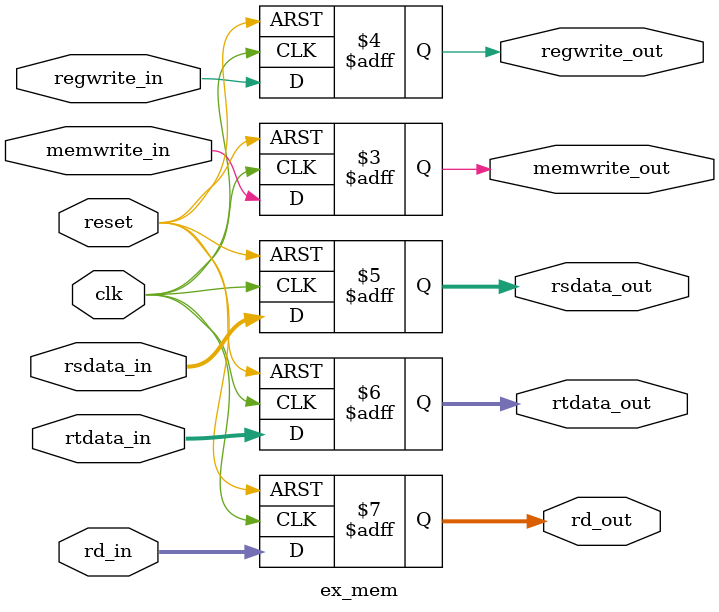
<source format=v>
`timescale 1ns / 1ps

`define PIPE_REG_ADDR_WIDTH 3

module ex_mem (
   input 										memwrite_in,
   input 										regwrite_in,

   output reg									memwrite_out,
   output reg									regwrite_out,

   input [63:0] 								rsdata_in,
   input [63:0] 								rtdata_in,
   input [`PIPE_REG_ADDR_WIDTH - 1:0] 		rd_in,

   output reg [63:0] 						rsdata_out,
   output reg [63:0] 						rtdata_out,
   output reg [`PIPE_REG_ADDR_WIDTH - 1:0] rd_out,
	 
	input 										clk,
   input 										reset
);

	always @(posedge clk, negedge reset)
	
		begin
		if(reset == 1'b0)
			begin
				memwrite_out <= 1'b0;
				regwrite_out <= 1'b0;
				rsdata_out <= 64'h0000000000000000;
				rtdata_out <= 64'h0000000000000000;
				rd_out <= 3'b000;
			end
		else
			begin
				memwrite_out <= memwrite_in;
				regwrite_out <= regwrite_in;
				rsdata_out   <= rsdata_in;
				rtdata_out   <= rtdata_in;
				rd_out       <= rd_in;
			end
		end

endmodule

</source>
